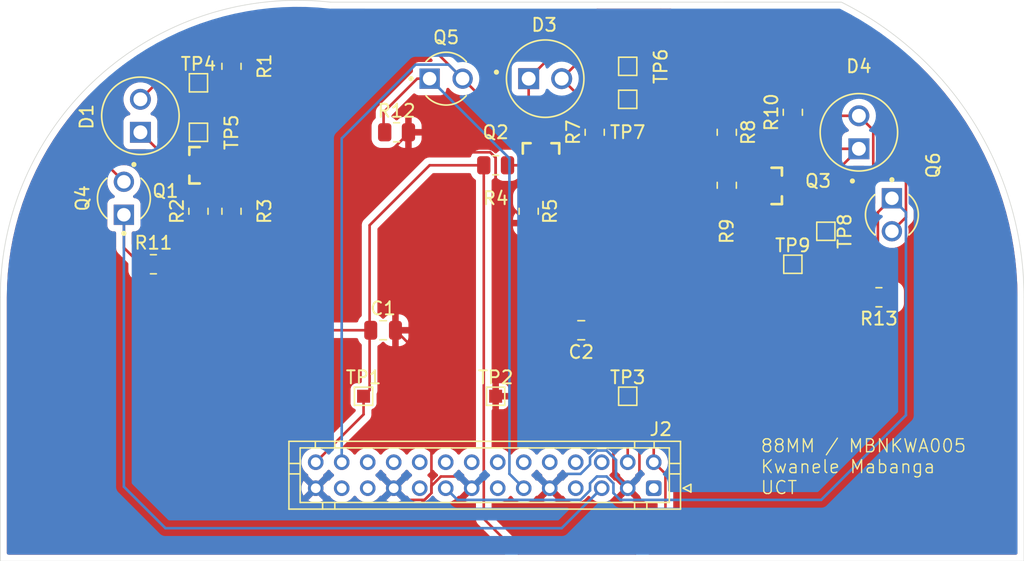
<source format=kicad_pcb>
(kicad_pcb (version 20221018) (generator pcbnew)
  (title_block (title "Micromouse Project (Sensing)") (date "2024-03-23") (rev "0") (comment 1 "@author: Kwanele Mabanga") (comment 2 "@version: 1.4"))
  (layers (0 "F.Cu" signal) (31 "B.Cu" signal) (34 "B.Paste" user) (35 "F.Paste" user) (36 "B.SilkS" user "B.Silkscreen") (37 "F.SilkS" user "F.Silkscreen") (38 "B.Mask" user) (39 "F.Mask" user) (44 "Edge.Cuts" user))
  (net 0 "")
  (net 1 "+3V3")
  (net 2 "GND")
  (net 3 "+BATT")
  (net 4 "/IR_LED_C")
  (net 5 "/IR_LED_1A")
  (net 6 "/IR_LED_2C")
  (net 7 "/IR_LED_2A")
  (net 8 "/IR_LED_3C")
  (net 9 "/IR_LED_3A")
  (net 10 "Net-(Q1-Pad1)")
  (net 12 "/PA3")
  (net 17 "/PA5")
  (net 22 "/PA7")
  (net 30 "Net-(Q2-Pad1)")
  (net 31 "Net-(Q3-Pad1)")
  (footprint "Resistor_SMD:R_0805_2012Metric" (layer "F.Cu") (at 167.64 96.52 -90)
    (fp_text reference "R8" (at 0 -1.65 -90) (layer "F.SilkS"))
    (fp_text value "100")
    (fp_line (start -0.227064 -0.735) (end 0.227064 -0.735) (stroke (width 0.12)) (layer "F.SilkS"))
    (fp_line (start -0.227064 0.735) (end 0.227064 0.735) (stroke (width 0.12)) (layer "F.SilkS"))
    (pad "1" smd roundrect (at -0.9125 0 270) (size 1.025 1.4) (layers "F.Cu" "F.Paste" "F.Mask") (roundrect_rratio 0.243902439) (net 1 "+3V3"))
    (pad "2" smd roundrect (at 0.9125 0 270) (size 1.025 1.4) (layers "F.Cu" "F.Paste" "F.Mask") (roundrect_rratio 0.243902439) (net 31 "Net-(Q3-Pad1)"))
  )
  (footprint "TestPoint:TestPoint_Pad_1.0x1.0mm" (layer "F.Cu") (at 139.7 116.84)
    (fp_text reference "TP1" (at 0 -1.448) (layer "F.SilkS"))
    (fp_text value "TestPoint")
    (fp_line (start -0.7 -0.7) (end 0.7 -0.7) (stroke (width 0.12)) (layer "F.SilkS"))
    (fp_line (start -0.7 0.7) (end -0.7 -0.7) (stroke (width 0.12)) (layer "F.SilkS"))
    (fp_line (start 0.7 -0.7) (end 0.7 0.7) (stroke (width 0.12)) (layer "F.SilkS"))
    (fp_line (start 0.7 0.7) (end -0.7 0.7) (stroke (width 0.12)) (layer "F.SilkS"))
    (pad "1" smd rect (at 0 0) (size 1 1) (layers "F.Cu" "F.Mask") (net 1 "+3V3"))
  )
  (footprint "Resistor_SMD:R_0805_2012Metric" (layer "F.Cu") (at 142.24 96.52)
    (fp_text reference "R12" (at 0 -1.65) (layer "F.SilkS"))
    (fp_text value "10k")
    (fp_line (start -0.227064 -0.735) (end 0.227064 -0.735) (stroke (width 0.12)) (layer "F.SilkS"))
    (fp_line (start -0.227064 0.735) (end 0.227064 0.735) (stroke (width 0.12)) (layer "F.SilkS"))
    (pad "1" smd roundrect (at -0.9125 0) (size 1.025 1.4) (layers "F.Cu" "F.Paste" "F.Mask") (roundrect_rratio 0.243902439) (net 17 "/PA5"))
    (pad "2" smd roundrect (at 0.9125 0) (size 1.025 1.4) (layers "F.Cu" "F.Paste" "F.Mask") (roundrect_rratio 0.243902439) (net 2 "GND"))
  )
  (footprint "TSAL6200:LEDRD254W55D595H900" (layer "F.Cu") (at 153.67 92.39)
    (fp_text reference "D3" (at -0.075 -4.135) (layer "F.SilkS"))
    (fp_text value "TSAL6200")
    (fp_circle (center -3.75 -0.5) (end -3.65 -0.5) (stroke (width 0.2)) (fill none) (layer "F.SilkS"))
    (fp_circle (center 0 0) (end 2.98 0) (stroke (width 0.127)) (fill none) (layer "F.SilkS"))
    (pad "A" thru_hole circle (at 1.27 0) (size 1.61 1.61) (drill 1.07) (layers "*.Cu" "*.Mask") (net 7 "/IR_LED_2A"))
    (pad "C" thru_hole rect (at -1.27 0) (size 1.61 1.61) (drill 1.07) (layers "*.Cu" "*.Mask") (net 6 "/IR_LED_2C"))
  )
  (footprint "MMBT5551:SOT23-3" (layer "F.Cu") (at 153.35 98.06 -90)
    (fp_text reference "Q2" (at -1.54 3.49 -180) (layer "F.SilkS"))
    (fp_text value "MMBT5551")
    (fp_line (start -0.7 -1.4) (end 0.1 -1.4) (stroke (width 0.2032)) (layer "F.SilkS"))
    (fp_line (start -0.7 -0.8) (end -0.7 -1.4) (stroke (width 0.2032)) (layer "F.SilkS"))
    (fp_line (start -0.7 0.8) (end -0.7 1.4) (stroke (width 0.2032)) (layer "F.SilkS"))
    (fp_line (start -0.7 1.4) (end 0.1 1.4) (stroke (width 0.2032)) (layer "F.SilkS"))
    (pad "1" smd rect (at 1 0.95) (size 0.8 0.9) (layers "F.Cu" "F.Paste" "F.Mask") (net 30 "Net-(Q2-Pad1)"))
    (pad "2" smd rect (at 1 -0.95) (size 0.8 0.9) (layers "F.Cu" "F.Paste" "F.Mask") (net 2 "GND"))
    (pad "3" smd rect (at -1.1 0) (size 0.8 0.9) (layers "F.Cu" "F.Paste" "F.Mask") (net 6 "/IR_LED_2C"))
  )
  (footprint "TEFT4300:XDCR_TEFT4300" (layer "F.Cu") (at 146.05 92.39)
    (fp_text reference "Q5" (at 0 -3.175) (layer "F.SilkS"))
    (fp_text value "TEFT4300")
    (fp_arc (start -1.55 -1.310001) (mid 0 -2.032778) (end 1.55 -1.31) (stroke (width 0.127)) (layer "F.SilkS"))
    (fp_arc (start 1.55 1.310001) (mid 0 2.032778) (end -1.55 1.31) (stroke (width 0.127)) (layer "F.SilkS"))
    (fp_circle (center -2.7 0) (end -2.6 0) (stroke (width 0.2)) (fill none) (layer "F.SilkS"))
    (pad "C" thru_hole circle (at 1.27 0) (size 1.56 1.56) (drill 1.04) (layers "*.Cu" "*.Mask") (net 3 "+BATT"))
    (pad "E" thru_hole rect (at -1.27 0) (size 1.56 1.56) (drill 1.04) (layers "*.Cu" "*.Mask") (net 17 "/PA5"))
  )
  (footprint "TestPoint:TestPoint_Pad_1.0x1.0mm" (layer "F.Cu") (at 160.02 93.98)
    (fp_text reference "TP7" (at 0 2.54) (layer "F.SilkS"))
    (fp_text value "TestPoint")
    (fp_line (start -0.7 -0.7) (end 0.7 -0.7) (stroke (width 0.12)) (layer "F.SilkS"))
    (fp_line (start -0.7 0.7) (end -0.7 -0.7) (stroke (width 0.12)) (layer "F.SilkS"))
    (fp_line (start 0.7 -0.7) (end 0.7 0.7) (stroke (width 0.12)) (layer "F.SilkS"))
    (fp_line (start 0.7 0.7) (end -0.7 0.7) (stroke (width 0.12)) (layer "F.SilkS"))
    (pad "1" smd rect (at 0 0) (size 1 1) (layers "F.Cu" "F.Mask") (net 6 "/IR_LED_2C"))
  )
  (footprint "TestPoint:TestPoint_Pad_1.0x1.0mm" (layer "F.Cu") (at 127 92.71)
    (fp_text reference "TP4" (at 0 -1.448) (layer "F.SilkS"))
    (fp_text value "TestPoint")
    (fp_line (start -0.7 -0.7) (end 0.7 -0.7) (stroke (width 0.12)) (layer "F.SilkS"))
    (fp_line (start -0.7 0.7) (end -0.7 -0.7) (stroke (width 0.12)) (layer "F.SilkS"))
    (fp_line (start 0.7 -0.7) (end 0.7 0.7) (stroke (width 0.12)) (layer "F.SilkS"))
    (fp_line (start 0.7 0.7) (end -0.7 0.7) (stroke (width 0.12)) (layer "F.SilkS"))
    (pad "1" smd rect (at 0 0) (size 1 1) (layers "F.Cu" "F.Mask") (net 5 "/IR_LED_1A"))
  )
  (footprint "Resistor_SMD:R_0805_2012Metric" (layer "F.Cu") (at 129.54 102.6 90)
    (fp_text reference "R3" (at 0 2.54 90) (layer "F.SilkS"))
    (fp_text value "10k")
    (fp_line (start -0.227064 -0.735) (end 0.227064 -0.735) (stroke (width 0.12)) (layer "F.SilkS"))
    (fp_line (start -0.227064 0.735) (end 0.227064 0.735) (stroke (width 0.12)) (layer "F.SilkS"))
    (pad "1" smd roundrect (at -0.9125 0 90) (size 1.025 1.4) (layers "F.Cu" "F.Paste" "F.Mask") (roundrect_rratio 0.243902439) (net 10 "Net-(Q1-Pad1)"))
    (pad "2" smd roundrect (at 0.9125 0 90) (size 1.025 1.4) (layers "F.Cu" "F.Paste" "F.Mask") (roundrect_rratio 0.243902439) (net 2 "GND"))
  )
  (footprint "TestPoint:TestPoint_Pad_1.0x1.0mm" (layer "F.Cu") (at 127 96.52)
    (fp_text reference "TP5" (at 2.542 0 90) (layer "F.SilkS"))
    (fp_text value "TestPoint")
    (fp_line (start -0.7 -0.7) (end 0.7 -0.7) (stroke (width 0.12)) (layer "F.SilkS"))
    (fp_line (start -0.7 0.7) (end -0.7 -0.7) (stroke (width 0.12)) (layer "F.SilkS"))
    (fp_line (start 0.7 -0.7) (end 0.7 0.7) (stroke (width 0.12)) (layer "F.SilkS"))
    (fp_line (start 0.7 0.7) (end -0.7 0.7) (stroke (width 0.12)) (layer "F.SilkS"))
    (pad "1" smd rect (at 0 0) (size 1 1) (layers "F.Cu" "F.Mask") (net 4 "/IR_LED_C"))
  )
  (footprint "TSAL6200:LEDRD254W55D595H900" (layer "F.Cu") (at 122.535 95.25 90)
    (fp_text reference "D1" (at -0.075 -4.135 90) (layer "F.SilkS"))
    (fp_text value "TSAL6200")
    (fp_circle (center -3.75 -0.5) (end -3.65 -0.5) (stroke (width 0.2)) (fill none) (layer "F.SilkS"))
    (fp_circle (center 0 0) (end 2.98 0) (stroke (width 0.127)) (fill none) (layer "F.SilkS"))
    (pad "A" thru_hole circle (at 1.27 0 90) (size 1.61 1.61) (drill 1.07) (layers "*.Cu" "*.Mask") (net 5 "/IR_LED_1A"))
    (pad "C" thru_hole rect (at -1.27 0 90) (size 1.61 1.61) (drill 1.07) (layers "*.Cu" "*.Mask") (net 4 "/IR_LED_C"))
  )
  (footprint "TestPoint:TestPoint_Pad_1.0x1.0mm" (layer "F.Cu") (at 160.02 116.84)
    (fp_text reference "TP3" (at 0 -1.448) (layer "F.SilkS"))
    (fp_text value "TestPoint")
    (fp_line (start -0.7 -0.7) (end 0.7 -0.7) (stroke (width 0.12)) (layer "F.SilkS"))
    (fp_line (start -0.7 0.7) (end -0.7 -0.7) (stroke (width 0.12)) (layer "F.SilkS"))
    (fp_line (start 0.7 -0.7) (end 0.7 0.7) (stroke (width 0.12)) (layer "F.SilkS"))
    (fp_line (start 0.7 0.7) (end -0.7 0.7) (stroke (width 0.12)) (layer "F.SilkS"))
    (pad "1" smd rect (at 0 0) (size 1 1) (layers "F.Cu" "F.Mask") (net 3 "+BATT"))
  )
  (footprint "TestPoint:TestPoint_Pad_1.0x1.0mm" (layer "F.Cu") (at 175.26 104.14 -90)
    (fp_text reference "TP8" (at 0 -1.448 90) (layer "F.SilkS"))
    (fp_text value "TestPoint")
    (fp_line (start -0.7 -0.7) (end 0.7 -0.7) (stroke (width 0.12)) (layer "F.SilkS"))
    (fp_line (start -0.7 0.7) (end -0.7 -0.7) (stroke (width 0.12)) (layer "F.SilkS"))
    (fp_line (start 0.7 -0.7) (end 0.7 0.7) (stroke (width 0.12)) (layer "F.SilkS"))
    (fp_line (start 0.7 0.7) (end -0.7 0.7) (stroke (width 0.12)) (layer "F.SilkS"))
    (pad "1" smd rect (at 0 0 270) (size 1 1) (layers "F.Cu" "F.Mask") (net 9 "/IR_LED_3A"))
  )
  (footprint "TEFT4300:XDCR_TEFT4300" (layer "F.Cu") (at 180.34 102.87 -90)
    (fp_text reference "Q6" (at -3.81 -3.175 90) (layer "F.SilkS"))
    (fp_text value "TEFT4300")
    (fp_arc (start -1.55 -1.310001) (mid 0 -2.032778) (end 1.55 -1.31) (stroke (width 0.127)) (layer "F.SilkS"))
    (fp_arc (start 1.55 1.310001) (mid 0 2.032778) (end -1.55 1.31) (stroke (width 0.127)) (layer "F.SilkS"))
    (fp_circle (center -2.7 0) (end -2.6 0) (stroke (width 0.2)) (fill none) (layer "F.SilkS"))
    (pad "C" thru_hole circle (at 1.27 0 270) (size 1.56 1.56) (drill 1.04) (layers "*.Cu" "*.Mask") (net 3 "+BATT"))
    (pad "E" thru_hole rect (at -1.27 0 270) (size 1.56 1.56) (drill 1.04) (layers "*.Cu" "*.Mask") (net 22 "/PA7"))
  )
  (footprint "TestPoint:TestPoint_Pad_1.0x1.0mm" (layer "F.Cu") (at 149.86 116.84)
    (fp_text reference "TP2" (at 0 -1.448) (layer "F.SilkS"))
    (fp_text value "TestPoint")
    (fp_line (start -0.7 -0.7) (end 0.7 -0.7) (stroke (width 0.12)) (layer "F.SilkS"))
    (fp_line (start -0.7 0.7) (end -0.7 -0.7) (stroke (width 0.12)) (layer "F.SilkS"))
    (fp_line (start 0.7 -0.7) (end 0.7 0.7) (stroke (width 0.12)) (layer "F.SilkS"))
    (fp_line (start 0.7 0.7) (end -0.7 0.7) (stroke (width 0.12)) (layer "F.SilkS"))
    (pad "1" smd rect (at 0 0) (size 1 1) (layers "F.Cu" "F.Mask") (net 2 "GND"))
  )
  (footprint "Resistor_SMD:R_0805_2012Metric" (layer "F.Cu") (at 172.72 94.98 90)
    (fp_text reference "R10" (at 0 -1.65 90) (layer "F.SilkS"))
    (fp_text value "220")
    (fp_line (start -0.227064 -0.735) (end 0.227064 -0.735) (stroke (width 0.12)) (layer "F.SilkS"))
    (fp_line (start -0.227064 0.735) (end 0.227064 0.735) (stroke (width 0.12)) (layer "F.SilkS"))
    (pad "1" smd roundrect (at -0.9125 0 90) (size 1.025 1.4) (layers "F.Cu" "F.Paste" "F.Mask") (roundrect_rratio 0.243902439) (net 3 "+BATT"))
    (pad "2" smd roundrect (at 0.9125 0 90) (size 1.025 1.4) (layers "F.Cu" "F.Paste" "F.Mask") (roundrect_rratio 0.243902439) (net 9 "/IR_LED_3A"))
  )
  (footprint "Resistor_SMD:R_0805_2012Metric" (layer "F.Cu") (at 179.34 109.22 180)
    (fp_text reference "R13" (at 0 -1.65 180) (layer "F.SilkS"))
    (fp_text value "10k")
    (fp_line (start -0.227064 -0.735) (end 0.227064 -0.735) (stroke (width 0.12)) (layer "F.SilkS"))
    (fp_line (start -0.227064 0.735) (end 0.227064 0.735) (stroke (width 0.12)) (layer "F.SilkS"))
    (pad "1" smd roundrect (at -0.9125 0 180) (size 1.025 1.4) (layers "F.Cu" "F.Paste" "F.Mask") (roundrect_rratio 0.243902439) (net 22 "/PA7"))
    (pad "2" smd roundrect (at 0.9125 0 180) (size 1.025 1.4) (layers "F.Cu" "F.Paste" "F.Mask") (roundrect_rratio 0.243902439) (net 2 "GND"))
  )
  (footprint "Connector_JST:JST_PHD_B28B-PHDSS_2x14_P2.00mm_Vertical" (layer "F.Cu") (at 162.02 123.92 180)
    (fp_text reference "J2" (at -0.54 4.54) (layer "F.SilkS"))
    (fp_text value "Conn_02x14_Odd_Even")
    (fp_line (start -2.86 -0.3) (end -2.26 0) (stroke (width 0.12)) (layer "F.SilkS"))
    (fp_line (start -2.86 0.3) (end -2.86 -0.3) (stroke (width 0.12)) (layer "F.SilkS"))
    (fp_line (start -2.26 0) (end -2.86 0.3) (stroke (width 0.12)) (layer "F.SilkS"))
    (fp_line (start -2.06 -1.61) (end -2.06 3.61) (stroke (width 0.12)) (layer "F.SilkS"))
    (fp_line (start -2.06 1.1) (end -1.2 1.1) (stroke (width 0.12)) (layer "F.SilkS"))
    (fp_line (start -2.06 1.9) (end -1.2 1.9) (stroke (width 0.12)) (layer "F.SilkS"))
    (fp_line (start -2.06 3.61) (end 28.06 3.61) (stroke (width 0.12)) (layer "F.SilkS"))
    (fp_line (start -1.2 -1.1) (end -1.2 3.1) (stroke (width 0.12)) (layer "F.SilkS"))
    (fp_line (start -1.2 3.1) (end 27.2 3.1) (stroke (width 0.12)) (layer "F.SilkS"))
    (fp_line (start -0.03 3.61) (end -0.03 3.1) (stroke (width 0.12)) (layer "F.SilkS"))
    (fp_line (start 0.53 -1.61) (end 0.53 -1.1) (stroke (width 0.12)) (layer "F.SilkS"))
    (fp_line (start 1.47 -1.61) (end 1.47 -1.1) (stroke (width 0.12)) (layer "F.SilkS"))
    (fp_line (start 1.47 3.61) (end 1.47 3.1) (stroke (width 0.12)) (layer "F.SilkS"))
    (fp_line (start 24.53 -1.61) (end 24.53 -1.1) (stroke (width 0.12)) (layer "F.SilkS"))
    (fp_line (start 24.53 3.61) (end 24.53 3.1) (stroke (width 0.12)) (layer "F.SilkS"))
    (fp_line (start 25.47 -1.61) (end 25.47 -1.1) (stroke (width 0.12)) (layer "F.SilkS"))
    (fp_line (start 26.03 3.61) (end 26.03 3.1) (stroke (width 0.12)) (layer "F.SilkS"))
    (fp_line (start 27.2 -1.1) (end -1.2 -1.1) (stroke (width 0.12)) (layer "F.SilkS"))
    (fp_line (start 27.2 3.1) (end 27.2 -1.1) (stroke (width 0.12)) (layer "F.SilkS"))
    (fp_line (start 28.06 -1.61) (end -2.06 -1.61) (stroke (width 0.12)) (layer "F.SilkS"))
    (fp_line (start 28.06 1.1) (end 27.2 1.1) (stroke (width 0.12)) (layer "F.SilkS"))
    (fp_line (start 28.06 1.9) (end 27.2 1.9) (stroke (width 0.12)) (layer "F.SilkS"))
    (fp_line (start 28.06 3.61) (end 28.06 -1.61) (stroke (width 0.12)) (layer "F.SilkS"))
    (pad "1" thru_hole roundrect (at 0 0 180) (size 1.2 1.2) (drill 0.75) (layers "*.Cu" "*.Mask") (roundrect_rratio 0.2083333333))
    (pad "2" thru_hole circle (at 0 2 180) (size 1.2 1.2) (drill 0.75) (layers "*.Cu" "*.Mask") (net 1 "+3V3"))
    (pad "3" thru_hole circle (at 2 0 180) (size 1.2 1.2) (drill 0.75) (layers "*.Cu" "*.Mask") (net 2 "GND"))
    (pad "4" thru_hole circle (at 2 2 180) (size 1.2 1.2) (drill 0.75) (layers "*.Cu" "*.Mask") (net 3 "+BATT"))
    (pad "5" thru_hole circle (at 4 0 180) (size 1.2 1.2) (drill 0.75) (layers "*.Cu" "*.Mask") (net 12 "/PA3"))
    (pad "6" thru_hole circle (at 4 2 180) (size 1.2 1.2) (drill 0.75) (layers "*.Cu" "*.Mask"))
    (pad "7" thru_hole circle (at 6 0 180) (size 1.2 1.2) (drill 0.75) (layers "*.Cu" "*.Mask"))
    (pad "8" thru_hole circle (at 6 2 180) (size 1.2 1.2) (drill 0.75) (layers "*.Cu" "*.Mask"))
    (pad "9" thru_hole circle (at 8 0 180) (size 1.2 1.2) (drill 0.75) (layers "*.Cu" "*.Mask") (net 2 "GND"))
    (pad "10" thru_hole circle (at 8 2 180) (size 1.2 1.2) (drill 0.75) (layers "*.Cu" "*.Mask"))
    (pad "11" thru_hole circle (at 10 0 180) (size 1.2 1.2) (drill 0.75) (layers "*.Cu" "*.Mask") (net 17 "/PA5"))
    (pad "12" thru_hole circle (at 10 2 180) (size 1.2 1.2) (drill 0.75) (layers "*.Cu" "*.Mask"))
    (pad "13" thru_hole circle (at 12 0 180) (size 1.2 1.2) (drill 0.75) (layers "*.Cu" "*.Mask"))
    (pad "14" thru_hole circle (at 12 2 180) (size 1.2 1.2) (drill 0.75) (layers "*.Cu" "*.Mask"))
    (pad "15" thru_hole circle (at 14 0 180) (size 1.2 1.2) (drill 0.75) (layers "*.Cu" "*.Mask") (net 2 "GND"))
    (pad "16" thru_hole circle (at 14 2 180) (size 1.2 1.2) (drill 0.75) (layers "*.Cu" "*.Mask"))
    (pad "17" thru_hole circle (at 16 0 180) (size 1.2 1.2) (drill 0.75) (layers "*.Cu" "*.Mask") (net 22 "/PA7"))
    (pad "18" thru_hole circle (at 16 2 180) (size 1.2 1.2) (drill 0.75) (layers "*.Cu" "*.Mask"))
    (pad "19" thru_hole circle (at 18 0 180) (size 1.2 1.2) (drill 0.75) (layers "*.Cu" "*.Mask"))
    (pad "20" thru_hole circle (at 18 2 180) (size 1.2 1.2) (drill 0.75) (layers "*.Cu" "*.Mask"))
    (pad "21" thru_hole circle (at 20 0 180) (size 1.2 1.2) (drill 0.75) (layers "*.Cu" "*.Mask") (net 2 "GND"))
    (pad "22" thru_hole circle (at 20 2 180) (size 1.2 1.2) (drill 0.75) (layers "*.Cu" "*.Mask"))
    (pad "23" thru_hole circle (at 22 0 180) (size 1.2 1.2) (drill 0.75) (layers "*.Cu" "*.Mask"))
    (pad "24" thru_hole circle (at 22 2 180) (size 1.2 1.2) (drill 0.75) (layers "*.Cu" "*.Mask"))
    (pad "25" thru_hole circle (at 24 0 180) (size 1.2 1.2) (drill 0.75) (layers "*.Cu" "*.Mask"))
    (pad "26" thru_hole circle (at 24 2 180) (size 1.2 1.2) (drill 0.75) (layers "*.Cu" "*.Mask") (net 3 "+BATT"))
    (pad "27" thru_hole circle (at 26 0 180) (size 1.2 1.2) (drill 0.75) (layers "*.Cu" "*.Mask") (net 2 "GND"))
    (pad "28" thru_hole circle (at 26 2 180) (size 1.2 1.2) (drill 0.75) (layers "*.Cu" "*.Mask") (net 1 "+3V3"))
  )
  (footprint "Resistor_SMD:R_0805_2012Metric" (layer "F.Cu") (at 152.4 102.6 -90)
    (fp_text reference "R5" (at 0 -1.65 -90) (layer "F.SilkS"))
    (fp_text value "10k")
    (fp_line (start -0.227064 -0.735) (end 0.227064 -0.735) (stroke (width 0.12)) (layer "F.SilkS"))
    (fp_line (start -0.227064 0.735) (end 0.227064 0.735) (stroke (width 0.12)) (layer "F.SilkS"))
    (pad "1" smd roundrect (at -0.9125 0 270) (size 1.025 1.4) (layers "F.Cu" "F.Paste" "F.Mask") (roundrect_rratio 0.243902439) (net 30 "Net-(Q2-Pad1)"))
    (pad "2" smd roundrect (at 0.9125 0 270) (size 1.025 1.4) (layers "F.Cu" "F.Paste" "F.Mask") (roundrect_rratio 0.243902439) (net 2 "GND"))
  )
  (footprint "MMBT5551:SOT23-3" (layer "F.Cu") (at 171.18 100.65 180)
    (fp_text reference "Q3" (at -3.48 0.38) (layer "F.SilkS"))
    (fp_text value "MMBT5551")
    (fp_line (start -0.7 -1.4) (end 0.1 -1.4) (stroke (width 0.2032)) (layer "F.SilkS"))
    (fp_line (start -0.7 -0.8) (end -0.7 -1.4) (stroke (width 0.2032)) (layer "F.SilkS"))
    (fp_line (start -0.7 0.8) (end -0.7 1.4) (stroke (width 0.2032)) (layer "F.SilkS"))
    (fp_line (start -0.7 1.4) (end 0.1 1.4) (stroke (width 0.2032)) (layer "F.SilkS"))
    (pad "1" smd rect (at 1 0.95 270) (size 0.8 0.9) (layers "F.Cu" "F.Paste" "F.Mask") (net 31 "Net-(Q3-Pad1)"))
    (pad "2" smd rect (at 1 -0.95 270) (size 0.8 0.9) (layers "F.Cu" "F.Paste" "F.Mask") (net 2 "GND"))
    (pad "3" smd rect (at -1.1 0 270) (size 0.8 0.9) (layers "F.Cu" "F.Paste" "F.Mask") (net 8 "/IR_LED_3C"))
  )
  (footprint "TSAL6200:LEDRD254W55D595H900" (layer "F.Cu") (at 177.8 96.52 90)
    (fp_text reference "D4" (at 5.08 0 180) (layer "F.SilkS"))
    (fp_text value "TSAL6200")
    (fp_circle (center -3.75 -0.5) (end -3.65 -0.5) (stroke (width 0.2)) (fill none) (layer "F.SilkS"))
    (fp_circle (center 0 0) (end 2.98 0) (stroke (width 0.127)) (fill none) (layer "F.SilkS"))
    (pad "A" thru_hole circle (at 1.27 0 90) (size 1.61 1.61) (drill 1.07) (layers "*.Cu" "*.Mask") (net 9 "/IR_LED_3A"))
    (pad "C" thru_hole rect (at -1.27 0 90) (size 1.61 1.61) (drill 1.07) (layers "*.Cu" "*.Mask") (net 8 "/IR_LED_3C"))
  )
  (footprint "Resistor_SMD:R_0805_2012Metric" (layer "F.Cu") (at 127 102.6 90)
    (fp_text reference "R2" (at 0 -1.65 90) (layer "F.SilkS"))
    (fp_text value "100")
    (fp_line (start -0.227064 -0.735) (end 0.227064 -0.735) (stroke (width 0.12)) (layer "F.SilkS"))
    (fp_line (start -0.227064 0.735) (end 0.227064 0.735) (stroke (width 0.12)) (layer "F.SilkS"))
    (pad "1" smd roundrect (at -0.9125 0 90) (size 1.025 1.4) (layers "F.Cu" "F.Paste" "F.Mask") (roundrect_rratio 0.243902439) (net 1 "+3V3"))
    (pad "2" smd roundrect (at 0.9125 0 90) (size 1.025 1.4) (layers "F.Cu" "F.Paste" "F.Mask") (roundrect_rratio 0.243902439) (net 10 "Net-(Q1-Pad1)"))
  )
  (footprint "TestPoint:TestPoint_Pad_1.0x1.0mm" (layer "F.Cu") (at 160.02 91.44)
    (fp_text reference "TP6" (at 2.54 0 -90) (layer "F.SilkS"))
    (fp_text value "TestPoint")
    (fp_line (start -0.7 -0.7) (end 0.7 -0.7) (stroke (width 0.12)) (layer "F.SilkS"))
    (fp_line (start -0.7 0.7) (end -0.7 -0.7) (stroke (width 0.12)) (layer "F.SilkS"))
    (fp_line (start 0.7 -0.7) (end 0.7 0.7) (stroke (width 0.12)) (layer "F.SilkS"))
    (fp_line (start 0.7 0.7) (end -0.7 0.7) (stroke (width 0.12)) (layer "F.SilkS"))
    (pad "1" smd rect (at 0 0) (size 1 1) (layers "F.Cu" "F.Mask") (net 7 "/IR_LED_2A"))
  )
  (footprint "Resistor_SMD:R_0805_2012Metric" (layer "F.Cu") (at 149.86 99.06)
    (fp_text reference "R4" (at 0 2.54) (layer "F.SilkS"))
    (fp_text value "100")
    (fp_line (start -0.227064 -0.735) (end 0.227064 -0.735) (stroke (width 0.12)) (layer "F.SilkS"))
    (fp_line (start -0.227064 0.735) (end 0.227064 0.735) (stroke (width 0.12)) (layer "F.SilkS"))
    (pad "1" smd roundrect (at -0.9125 0) (size 1.025 1.4) (layers "F.Cu" "F.Paste" "F.Mask") (roundrect_rratio 0.243902439) (net 1 "+3V3"))
    (pad "2" smd roundrect (at 0.9125 0) (size 1.025 1.4) (layers "F.Cu" "F.Paste" "F.Mask") (roundrect_rratio 0.243902439) (net 30 "Net-(Q2-Pad1)"))
  )
  (footprint "MMBT5551:SOT23-3" (layer "F.Cu") (at 127 99.06)
    (fp_text reference "Q1" (at -2.54 1.9812) (layer "F.SilkS"))
    (fp_text value "MMBT5551")
    (fp_line (start -0.7 -1.4) (end 0.1 -1.4) (stroke (width 0.2032)) (layer "F.SilkS"))
    (fp_line (start -0.7 -0.8) (end -0.7 -1.4) (stroke (width 0.2032)) (layer "F.SilkS"))
    (fp_line (start -0.7 0.8) (end -0.7 1.4) (stroke (width 0.2032)) (layer "F.SilkS"))
    (fp_line (start -0.7 1.4) (end 0.1 1.4) (stroke (width 0.2032)) (layer "F.SilkS"))
    (pad "1" smd rect (at 1 0.95 90) (size 0.8 0.9) (layers "F.Cu" "F.Paste" "F.Mask") (net 10 "Net-(Q1-Pad1)"))
    (pad "2" smd rect (at 1 -0.95 90) (size 0.8 0.9) (layers "F.Cu" "F.Paste" "F.Mask") (net 2 "GND"))
    (pad "3" smd rect (at -1.1 0 90) (size 0.8 0.9) (layers "F.Cu" "F.Paste" "F.Mask") (net 4 "/IR_LED_C"))
  )
  (footprint "Capacitor_SMD:C_0805_2012Metric" (layer "F.Cu") (at 156.4425 111.76 180)
    (fp_text reference "C2" (at 0 -1.68 180) (layer "F.SilkS"))
    (fp_text value "10nF")
    (fp_line (start -0.261252 -0.735) (end 0.261252 -0.735) (stroke (width 0.12)) (layer "F.SilkS"))
    (fp_line (start -0.261252 0.735) (end 0.261252 0.735) (stroke (width 0.12)) (layer "F.SilkS"))
    (pad "1" smd roundrect (at -0.95 0 180) (size 1 1.45) (layers "F.Cu" "F.Paste" "F.Mask") (net 3 "+BATT"))
    (pad "2" smd roundrect (at 0.95 0 180) (size 1 1.45) (layers "F.Cu" "F.Paste" "F.Mask") (net 2 "GND"))
  )
  (footprint "Resistor_SMD:R_0805_2012Metric" (layer "F.Cu") (at 123.535 106.68)
    (fp_text reference "R11" (at 0 -1.65) (layer "F.SilkS"))
    (fp_text value "10k")
    (fp_line (start -0.227064 -0.735) (end 0.227064 -0.735) (stroke (width 0.12)) (layer "F.SilkS"))
    (fp_line (start -0.227064 0.735) (end 0.227064 0.735) (stroke (width 0.12)) (layer "F.SilkS"))
    (pad "1" smd roundrect (at -0.9125 0) (size 1.025 1.4) (layers "F.Cu" "F.Paste" "F.Mask") (roundrect_rratio 0.243902439) (net 12 "/PA3"))
    (pad "2" smd roundrect (at 0.9125 0) (size 1.025 1.4) (layers "F.Cu" "F.Paste" "F.Mask") (roundrect_rratio 0.243902439) (net 2 "GND"))
  )
  (footprint "Resistor_SMD:R_0805_2012Metric" (layer "F.Cu") (at 157.48 96.52 90)
    (fp_text reference "R7" (at 0 -1.65 90) (layer "F.SilkS"))
    (fp_text value "220")
    (fp_line (start -0.227064 -0.735) (end 0.227064 -0.735) (stroke (width 0.12)) (layer "F.SilkS"))
    (fp_line (start -0.227064 0.735) (end 0.227064 0.735) (stroke (width 0.12)) (layer "F.SilkS"))
    (pad "1" smd roundrect (at -0.9125 0 90) (size 1.025 1.4) (layers "F.Cu" "F.Paste" "F.Mask") (roundrect_rratio 0.243902439) (net 3 "+BATT"))
    (pad "2" smd roundrect (at 0.9125 0 90) (size 1.025 1.4) (layers "F.Cu" "F.Paste" "F.Mask") (roundrect_rratio 0.243902439) (net 7 "/IR_LED_2A"))
  )
  (footprint "Capacitor_SMD:C_0805_2012Metric" (layer "F.Cu") (at 141.2025 111.76)
    (fp_text reference "C1" (at 0 -1.68) (layer "F.SilkS"))
    (fp_text value "10nF")
    (fp_line (start -0.261252 -0.735) (end 0.261252 -0.735) (stroke (width 0.12)) (layer "F.SilkS"))
    (fp_line (start -0.261252 0.735) (end 0.261252 0.735) (stroke (width 0.12)) (layer "F.SilkS"))
    (pad "1" smd roundrect (at -0.95 0) (size 1 1.45) (layers "F.Cu" "F.Paste" "F.Mask") (net 1 "+3V3"))
    (pad "2" smd roundrect (at 0.95 0) (size 1 1.45) (layers "F.Cu" "F.Paste" "F.Mask") (net 2 "GND"))
  )
  (footprint "TEFT4300:XDCR_TEFT4300" (layer "F.Cu") (at 121.265 101.6 90)
    (fp_text reference "Q4" (at 0 -3.175 90) (layer "F.SilkS"))
    (fp_text value "TEFT4300")
    (fp_arc (start -1.55 -1.310001) (mid 0 -2.032778) (end 1.55 -1.31) (stroke (width 0.127)) (layer "F.SilkS"))
    (fp_arc (start 1.55 1.310001) (mid 0 2.032778) (end -1.55 1.31) (stroke (width 0.127)) (layer "F.SilkS"))
    (fp_circle (center -2.7 0) (end -2.6 0) (stroke (width 0.2)) (fill none) (layer "F.SilkS"))
    (pad "C" thru_hole circle (at 1.27 0 90) (size 1.56 1.56) (drill 1.04) (layers "*.Cu" "*.Mask") (net 3 "+BATT"))
    (pad "E" thru_hole rect (at -1.27 0 90) (size 1.56 1.56) (drill 1.04) (layers "*.Cu" "*.Mask") (net 12 "/PA3"))
  )
  (footprint "TestPoint:TestPoint_Pad_1.0x1.0mm" (layer "F.Cu") (at 172.72 106.68)
    (fp_text reference "TP9" (at 0 -1.448) (layer "F.SilkS"))
    (fp_text value "TestPoint")
    (fp_line (start -0.7 -0.7) (end 0.7 -0.7) (stroke (width 0.12)) (layer "F.SilkS"))
    (fp_line (start -0.7 0.7) (end -0.7 -0.7) (stroke (width 0.12)) (layer "F.SilkS"))
    (fp_line (start 0.7 -0.7) (end 0.7 0.7) (stroke (width 0.12)) (layer "F.SilkS"))
    (fp_line (start 0.7 0.7) (end -0.7 0.7) (stroke (width 0.12)) (layer "F.SilkS"))
    (pad "1" smd rect (at 0 0) (size 1 1) (layers "F.Cu" "F.Mask") (net 8 "/IR_LED_3C"))
  )
  (footprint "Resistor_SMD:R_0805_2012Metric" (layer "F.Cu") (at 167.64 100.6 -90)
    (fp_text reference "R9" (at 3.54 0 -90) (layer "F.SilkS"))
    (fp_text value "10k")
    (fp_line (start -0.227064 -0.735) (end 0.227064 -0.735) (stroke (width 0.12)) (layer "F.SilkS"))
    (fp_line (start -0.227064 0.735) (end 0.227064 0.735) (stroke (width 0.12)) (layer "F.SilkS"))
    (pad "1" smd roundrect (at -0.9125 0 270) (size 1.025 1.4) (layers "F.Cu" "F.Paste" "F.Mask") (roundrect_rratio 0.243902439) (net 31 "Net-(Q3-Pad1)"))
    (pad "2" smd roundrect (at 0.9125 0 270) (size 1.025 1.4) (layers "F.Cu" "F.Paste" "F.Mask") (roundrect_rratio 0.243902439) (net 2 "GND"))
  )
  (footprint "Resistor_SMD:R_0805_2012Metric" (layer "F.Cu") (at 129.54 91.44 90)
    (fp_text reference "R1" (at 0 2.54 90) (layer "F.SilkS"))
    (fp_text value "220")
    (fp_line (start -0.227064 -0.735) (end 0.227064 -0.735) (stroke (width 0.12)) (layer "F.SilkS"))
    (fp_line (start -0.227064 0.735) (end 0.227064 0.735) (stroke (width 0.12)) (layer "F.SilkS"))
    (pad "1" smd roundrect (at -0.9125 0 90) (size 1.025 1.4) (layers "F.Cu" "F.Paste" "F.Mask") (roundrect_rratio 0.243902439) (net 3 "+BATT"))
    (pad "2" smd roundrect (at 0.9125 0 90) (size 1.025 1.4) (layers "F.Cu" "F.Paste" "F.Mask") (roundrect_rratio 0.243902439) (net 5 "/IR_LED_1A"))
  )
  (gr_line (start 116.84 129.54) (end 111.76 129.54) (stroke (width 0.05)) (layer "Edge.Cuts"))
  (gr_line (start 111.76 114.3) (end 111.76 109.22) (stroke (width 0.05)) (layer "Edge.Cuts"))
  (gr_arc (start 176.459225 86.501549) (mid 186.706531 95.866429) (end 190.5 109.22) (stroke (width 0.05)) (layer "Edge.Cuts"))
  (gr_arc (start 111.76 109.22) (mid 119.374175 92.186373) (end 137.144465 86.499818) (stroke (width 0.05)) (layer "Edge.Cuts"))
  (gr_line (start 190.5 129.54) (end 190.5 109.22) (stroke (width 0.05)) (layer "Edge.Cuts"))
  (gr_line (start 116.84 129.54) (end 190.5 129.54) (stroke (width 0.05)) (layer "Edge.Cuts"))
  (gr_line (start 111.76 129.54) (end 111.76 114.3) (stroke (width 0.05)) (layer "Edge.Cuts"))
  (gr_line (start 176.459225 86.501549) (end 137.144465 86.499818) (stroke (width 0.05)) (layer "Edge.Cuts"))
  (gr_text "88MM / MBNKWA005\nKwanele Mabanga\nUCT" (at 170.18 124.46) (layer "F.SilkS") (effects (font (size 1 1) (thickness 0.1)) (justify left bottom)))
  (segment (start 167.64 95.6075) (end 162.02 101.2275) (width 0.2) (layer "F.Cu") (net 1))
  (segment (start 148.9475 126.281814) (end 151.605686 128.94) (width 0.2) (layer "F.Cu") (net 1))
  (segment (start 140.165 103.675) (end 140.165 111.76) (width 0.2) (layer "F.Cu") (net 1))
  (segment (start 148.86 99.06) (end 144.78 99.06) (width 0.2) (layer "F.Cu") (net 1))
  (segment (start 151.605686 128.94) (end 160.62 128.94) (width 0.2) (layer "F.Cu") (net 1))
  (segment (start 139.7 118.24) (end 136.02 121.92) (width 0.2) (layer "F.Cu") (net 1))
  (segment (start 148.9475 99.06) (end 148.9475 126.281814) (width 0.2) (layer "F.Cu") (net 1))
  (segment (start 144.78 99.06) (end 140.165 103.675) (width 0.2) (layer "F.Cu") (net 1))
  (segment (start 140.165 116.375) (end 139.7 116.84) (width 0.2) (layer "F.Cu") (net 1))
  (segment (start 129.54 111.76) (end 140.165 111.76) (width 0.2) (layer "F.Cu") (net 1))
  (segment (start 162.92 122.82) (end 162.02 121.92) (width 0.2) (layer "F.Cu") (net 1))
  (segment (start 127 109.22) (end 129.54 111.76) (width 0.2) (layer "F.Cu") (net 1))
  (segment (start 162.92 126.64) (end 162.92 122.82) (width 0.2) (layer "F.Cu") (net 1))
  (segment (start 127 103.6) (end 127 109.22) (width 0.2) (layer "F.Cu") (net 1))
  (segment (start 140.165 111.76) (end 140.165 116.375) (width 0.2) (layer "F.Cu") (net 1))
  (segment (start 160.62 128.94) (end 162.92 126.64) (width 0.2) (layer "F.Cu") (net 1))
  (segment (start 139.7 116.84) (end 139.7 118.24) (width 0.2) (layer "F.Cu") (net 1))
  (segment (start 162.02 101.2275) (end 162.02 121.92) (width 0.2) (layer "F.Cu") (net 1))
  (segment (start 134.62 125.32) (end 134.62 127) (width 0.2) (layer "F.Cu") (net 2))
  (segment (start 154.94 116.84) (end 152.4 116.84) (width 0.2) (layer "F.Cu") (net 2))
  (segment (start 128.75 99.31) (end 127.25 99.31) (width 0.2) (layer "F.Cu") (net 2))
  (segment (start 148.02 123.92) (end 147.12 123.02) (width 0.2) (layer "F.Cu") (net 2))
  (segment (start 144.766396 124.446396) (end 144.92 124.292793) (width 0.2) (layer "F.Cu") (net 2))
  (segment (start 152.4 103.6) (end 152.4 108.755) (width 0.2) (layer "F.Cu") (net 2))
  (segment (start 143.24 96.52) (end 150.884314 96.52) (width 0.2) (layer "F.Cu") (net 2))
  (segment (start 152.4 116.84) (end 155.405 113.835) (width 0.2) (layer "F.Cu") (net 2))
  (segment (start 171.53 97.564314) (end 167.805686 93.84) (width 0.2) (layer "F.Cu") (net 2))
  (segment (start 142.02 123.92) (end 142.92 124.82) (width 0.2) (layer "F.Cu") (net 2))
  (segment (start 144.392792 124.82) (end 144.766396 124.446396) (width 0.2) (layer "F.Cu") (net 2))
  (segment (start 160.02 123.92) (end 158.92 122.82) (width 0.2) (layer "F.Cu") (net 2))
  (segment (start 149.86 116.84) (end 149.86 98.475256) (width 0.2) (layer "F.Cu") (net 2))
  (segment (start 152.4 108.755) (end 155.405 111.76) (width 0.2) (layer "F.Cu") (net 2))
  (segment (start 154.3 101.7) (end 152.4 103.6) (width 0.2) (layer "F.Cu") (net 2))
  (segment (start 150.884314 96.52) (end 152.474314 98.11) (width 0.2) (layer "F.Cu") (net 2))
  (segment (start 129.54 101.6) (end 129.54 99.65) (width 0.2) (layer "F.Cu") (net 2))
  (segment (start 170.18 101.6) (end 170.18 106.68) (width 0.2) (layer "F.Cu") (net 2))
  (segment (start 128.5 98.06) (end 149.444744 98.06) (width 0.2) (layer "F.Cu") (net 2))
  (segment (start 155.405 113.835) (end 155.405 111.76) (width 0.2) (layer "F.Cu") (net 2))
  (segment (start 160.92 123.02) (end 160.02 123.92) (width 0.2) (layer "F.Cu") (net 2))
  (segment (start 138.16 101.6) (end 129.54 101.6) (width 0.2) (layer "F.Cu") (net 2))
  (segment (start 158.92 122.82) (end 158.92 120.82) (width 0.2) (layer "F.Cu") (net 2))
  (segment (start 145.647207 123.02) (end 144.92 123.747207) (width 0.2) (layer "F.Cu") (net 2))
  (segment (start 152.474314 98.11) (end 153.35 98.11) (width 0.2) (layer "F.Cu") (net 2))
  (segment (start 144.92 114.5275) (end 142.1525 111.76) (width 0.2) (layer "F.Cu") (net 2))
  (segment (start 170.18 101.6) (end 167.64 101.6) (width 0.2) (layer "F.Cu") (net 2))
  (segment (start 142.92 124.82) (end 144.392792 124.82) (width 0.2) (layer "F.Cu") (net 2))
  (segment (start 143.24 96.52) (end 138.16 101.6) (width 0.2) (layer "F.Cu") (net 2))
  (segment (start 167.805686 93.84) (end 160.92 100.725686) (width 0.2) (layer "F.Cu") (net 2))
  (segment (start 129.54 101.6) (end 129.54 100.1) (width 0.2) (layer "F.Cu") (net 2))
  (segment (start 149.444744 98.06) (end 149.86 98.475256) (width 0.2) (layer "F.Cu") (net 2))
  (segment (start 153.35 98.11) (end 154.3 99.06) (width 0.2) (layer "F.Cu") (net 2))
  (segment (start 136.02 123.92) (end 134.62 125.32) (width 0.2) (layer "F.Cu") (net 2))
  (segment (start 167.64 101.5125) (end 169.9675 101.5125) (width 0.2) (layer "F.Cu") (net 2))
  (segment (start 149.86 98.475256) (end 149.86 101.06) (width 0.2) (layer "F.Cu") (net 2))
  (segment (start 134.62 127) (end 142.212793 127) (width 0.2) (layer "F.Cu") (net 2))
  (segment (start 149.86 101.06) (end 152.4 103.6) (width 0.2) (layer "F.Cu") (net 2))
  (segment (start 127.25 99.31) (end 124.535 102.025) (width 0.2) (layer "F.Cu") (net 2))
  (segment (start 149.86 116.84) (end 152.4 116.84) (width 0.2) (layer "F.Cu") (net 2))
  (segment (start 147.12 123.02) (end 145.647207 123.02) (width 0.2) (layer "F.Cu") (net 2))
  (segment (start 142.212793 127) (end 144.766396 124.446396) (width 0.2) (layer "F.Cu") (net 2))
  (segment (start 124.535 102.025) (end 124.535 106.68) (width 0.2) (layer "F.Cu") (net 2))
  (segment (start 154.3 99.06) (end 154.3 101.7) (width 0.2) (layer "F.Cu") (net 2))
  (segment (start 172.72 109.22) (end 178.34 109.22) (width 0.2) (layer "F.Cu") (net 2))
  (segment (start 126 100.56) (end 126 118.38) (width 0.2) (layer "F.Cu") (net 2))
  (segment (start 126 100.56) (end 128.5 98.06) (width 0.2) (layer "F.Cu") (net 2))
  (segment (start 126 118.38) (end 134.62 127) (width 0.2) (layer "F.Cu") (net 2))
  (segment (start 129.54 99.65) (end 128 98.11) (width 0.2) (layer "F.Cu") (net 2))
  (segment (start 160.92 100.725686) (end 160.92 123.02) (width 0.2) (layer "F.Cu") (net 2))
  (segment (start 170.18 106.68) (end 172.72 109.22) (width 0.2) (layer "F.Cu") (net 2))
  (segment (start 144.92 124.292793) (end 144.92 114.5275) (width 0.2) (layer "F.Cu") (net 2))
  (segment (start 129.54 100.1) (end 128.75 99.31) (width 0.2) (layer "F.Cu") (net 2))
  (segment (start 144.92 123.747207) (end 144.92 124.292793) (width 0.2) (layer "F.Cu") (net 2))
  (segment (start 171.53 99.95) (end 171.53 97.564314) (width 0.2) (layer "F.Cu") (net 2))
  (segment (start 158.92 120.82) (end 154.94 116.84) (width 0.2) (layer "F.Cu") (net 2))
  (segment (start 169.9675 101.5125) (end 171.53 99.95) (width 0.2) (layer "F.Cu") (net 2))
  (segment (start 155.12 122.82) (end 156.392793 122.82) (width 0.2) (layer "B.Cu") (net 2))
  (segment (start 159.12 123.02) (end 160.02 123.92) (width 0.2) (layer "B.Cu") (net 2))
  (segment (start 157.647207 121.02) (end 158.392793 121.02) (width 0.2) (layer "B.Cu") (net 2))
  (segment (start 157.12 121.547207) (end 157.647207 121.02) (width 0.2) (layer "B.Cu") (net 2))
  (segment (start 156.392793 122.82) (end 157.12 122.092793) (width 0.2) (layer "B.Cu") (net 2))
  (segment (start 157.12 122.092793) (end 157.12 121.547207) (width 0.2) (layer "B.Cu") (net 2))
  (segment (start 159.12 121.747207) (end 159.12 123.02) (width 0.2) (layer "B.Cu") (net 2))
  (segment (start 154.02 123.92) (end 155.12 122.82) (width 0.2) (layer "B.Cu") (net 2))
  (segment (start 158.392793 121.02) (end 159.12 121.747207) (width 0.2) (layer "B.Cu") (net 2))
  (segment (start 119.38 93.299219) (end 121.239219 91.44) (width 0.2) (layer "F.Cu") (net 3))
  (segment (start 157.48 114.3) (end 160.02 116.84) (width 0.2) (layer "F.Cu") (net 3))
  (segment (start 172.72 95.98) (end 170.18 93.44) (width 0.2) (layer "F.Cu") (net 3))
  (segment (start 157.48 97.52) (end 157.48 114.3) (width 0.2) (layer "F.Cu") (net 3))
  (segment (start 179.307433 88.9) (end 172.72 88.9) (width 0.2) (layer "F.Cu") (net 3))
  (segment (start 128.54 91.44) (end 128.54 89.855256) (width 0.2) (layer "F.Cu") (net 3))
  (segment (start 180.34 104.14) (end 181.42 103.06) (width 0.2) (layer "F.Cu") (net 3))
  (segment (start 181.42 91.012567) (end 179.307433 88.9) (width 0.2) (layer "F.Cu") (net 3))
  (segment (start 167.64 93.44) (end 170.18 93.44) (width 0.2) (layer "F.Cu") (net 3))
  (segment (start 160.02 116.84) (end 160.02 121.92) (width 0.2) (layer "F.Cu") (net 3))
  (segment (start 121.265 100.33) (end 119.38 98.445) (width 0.2) (layer "F.Cu") (net 3))
  (segment (start 121.239219 91.44) (end 128.54 91.44) (width 0.2) (layer "F.Cu") (net 3))
  (segment (start 129.495256 88.9) (end 143.83 88.9) (width 0.2) (layer "F.Cu") (net 3))
  (segment (start 128.54 89.855256) (end 129.495256 88.9) (width 0.2) (layer "F.Cu") (net 3))
  (segment (start 152.64 97.71) (end 147.32 92.39) (width 0.2) (layer "F.Cu") (net 3))
  (segment (start 170.18 91.44) (end 170.18 93.44) (width 0.2) (layer "F.Cu") (net 3))
  (segment (start 119.38 98.445) (end 119.38 93.299219) (width 0.2) (layer "F.Cu") (net 3))
  (segment (start 157.48 97.52) (end 163.56 97.52) (width 0.2) (layer "F.Cu") (net 3))
  (segment (start 143.83 88.9) (end 147.32 92.39) (width 0.2) (layer "F.Cu") (net 3))
  (segment (start 157.29 97.71) (end 152.64 97.71) (width 0.2) (layer "F.Cu") (net 3))
  (segment (start 163.56 97.52) (end 167.64 93.44) (width 0.2) (layer "F.Cu") (net 3))
  (segment (start 181.42 103.06) (end 181.42 91.012567) (width 0.2) (layer "F.Cu") (net 3))
  (segment (start 157.48 97.52) (end 157.29 97.71) (width 0.2) (layer "F.Cu") (net 3))
  (segment (start 128.54 91.44) (end 129.54 92.44) (width 0.2) (layer "F.Cu") (net 3))
  (segment (start 172.72 88.9) (end 170.18 91.44) (width 0.2) (layer "F.Cu") (net 3))
  (segment (start 138.02 96.99) (end 143.7 91.31) (width 0.2) (layer "B.Cu") (net 3))
  (segment (start 138.02 121.92) (end 138.02 96.99) (width 0.2) (layer "B.Cu") (net 3))
  (segment (start 143.7 91.31) (end 146.24 91.31) (width 0.2) (layer "B.Cu") (net 3))
  (segment (start 146.24 91.31) (end 147.32 92.39) (width 0.2) (layer "B.Cu") (net 3))
  (segment (start 122.535 96.52) (end 125.075 99.06) (width 0.2) (layer "F.Cu") (net 4))
  (segment (start 127 96.52) (end 127 97.96) (width 0.2) (layer "F.Cu") (net 4))
  (segment (start 127 97.96) (end 125.9 99.06) (width 0.2) (layer "F.Cu") (net 4))
  (segment (start 125.075 99.06) (end 125.9 99.06) (width 0.2) (layer "F.Cu") (net 4))
  (segment (start 127 92.71) (end 127.63 93.34) (width 0.2) (layer "F.Cu") (net 5))
  (segment (start 123.805 92.71) (end 122.535 93.98) (width 0.2) (layer "F.Cu") (net 5))
  (segment (start 130.224744 93.34) (end 130.54 93.024744) (width 0.2) (layer "F.Cu") (net 5))
  (segment (start 130.54 91.44) (end 129.54 90.44) (width 0.2) (layer "F.Cu") (net 5))
  (segment (start 127.63 93.34) (end 130.224744 93.34) (width 0.2) (layer "F.Cu") (net 5))
  (segment (start 130.54 93.024744) (end 130.54 91.44) (width 0.2) (layer "F.Cu") (net 5))
  (segment (start 127 92.71) (end 123.805 92.71) (width 0.2) (layer "F.Cu") (net 5))
  (segment (start 162.559967 87.100937) (end 157.689063 87.100937) (width 0.2) (layer "F.Cu") (net 6))
  (segment (start 152.4 92.39) (end 152.4 96.01) (width 0.2) (layer "F.Cu") (net 6))
  (segment (start 165.1 91.44) (end 165.1 88.9) (width 0.2) (layer "F.Cu") (net 6))
  (segment (start 165.1 88.9) (end 163.30097 87.10097) (width 0.2) (layer "F.Cu") (net 6))
  (segment (start 160.02 93.98) (end 162.56 93.98) (width 0.2) (layer "F.Cu") (net 6))
  (segment (start 157.689063 87.100937) (end 152.4 92.39) (width 0.2) (layer "F.Cu") (net 6))
  (segment (start 152.4 96.01) (end 153.35 96.96) (width 0.2) (layer "F.Cu") (net 6))
  (segment (start 163.30097 87.10097) (end 162.559967 87.100937) (width 0.2) (layer "F.Cu") (net 6))
  (segment (start 162.56 93.98) (end 165.1 91.44) (width 0.2) (layer "F.Cu") (net 6))
  (segment (start 155.89 91.44) (end 154.94 92.39) (width 0.2) (layer "F.Cu") (net 7))
  (segment (start 154.94 92.39) (end 157.48 94.93) (width 0.2) (layer "F.Cu") (net 7))
  (segment (start 160.02 91.44) (end 155.89 91.44) (width 0.2) (layer "F.Cu") (net 7))
  (segment (start 157.48 94.93) (end 157.48 95.52) (width 0.2) (layer "F.Cu") (net 7))
  (segment (start 175.14 97.79) (end 172.28 100.65) (width 0.2) (layer "F.Cu") (net 8))
  (segment (start 177.8 97.79) (end 172.72 102.87) (width 0.2) (layer "F.Cu") (net 8))
  (segment (start 172.72 102.87) (end 172.72 106.68) (width 0.2) (layer "F.Cu") (net 8))
  (segment (start 177.8 97.79) (end 175.14 97.79) (width 0.2) (layer "F.Cu") (net 8))
  (segment (start 178.905 96.355) (end 177.8 95.25) (width 0.2) (layer "F.Cu") (net 9))
  (segment (start 178.905 100.495) (end 178.905 96.355) (width 0.2) (layer "F.Cu") (net 9))
  (segment (start 177.8 95.25) (end 173.99 95.25) (width 0.2) (layer "F.Cu") (net 9))
  (segment (start 175.26 104.14) (end 178.905 100.495) (width 0.2) (layer "F.Cu") (net 9))
  (segment (start 173.99 95.25) (end 172.72 93.98) (width 0.2) (layer "F.Cu") (net 9))
  (segment (start 129 103.6) (end 127 101.6) (width 0.2) (layer "F.Cu") (net 10))
  (segment (start 129.54 103.6) (end 129 103.6) (width 0.2) (layer "F.Cu") (net 10))
  (segment (start 127 101.01) (end 127 101.6) (width 0.2) (layer "F.Cu") (net 10))
  (segment (start 128 100.01) (end 127 101.01) (width 0.2) (layer "F.Cu") (net 10))
  (segment (start 121.265 102.87) (end 121.265 105.41) (width 0.2) (layer "F.Cu") (net 12))
  (segment (start 121.265 105.41) (end 122.535 106.68) (width 0.2) (layer "F.Cu") (net 12))
  (segment (start 124.46 127) (end 154.94 127) (width 0.2) (layer "B.Cu") (net 12))
  (segment (start 154.94 127) (end 158.02 123.92) (width 0.2) (layer "B.Cu") (net 12))
  (segment (start 121.265 102.87) (end 121.265 123.805) (width 0.2) (layer "B.Cu") (net 12))
  (segment (start 121.265 123.805) (end 124.46 127) (width 0.2) (layer "B.Cu") (net 12))
  (segment (start 143.83 92.39) (end 141.24 94.98) (width 0.2) (layer "F.Cu") (net 17))
  (segment (start 144.78 92.39) (end 143.83 92.39) (width 0.2) (layer "F.Cu") (net 17))
  (segment (start 141.24 94.98) (end 141.24 96.52) (width 0.2) (layer "F.Cu") (net 17))
  (segment (start 150.92 98.53) (end 150.92 122.82) (width 0.2) (layer "B.Cu") (net 17))
  (segment (start 144.78 92.39) (end 150.92 98.53) (width 0.2) (layer "B.Cu") (net 17))
  (segment (start 150.92 122.82) (end 152.02 123.92) (width 0.2) (layer "B.Cu") (net 17))
  (segment (start 180.2525 109.22) (end 179.26 108.2275) (width 0.2) (layer "F.Cu") (net 22))
  (segment (start 180.2525 109.1325) (end 180.2525 109.22) (width 0.2) (layer "F.Cu") (net 22))
  (segment (start 179.26 108.2275) (end 179.26 102.68) (width 0.2) (layer "F.Cu") (net 22))
  (segment (start 179.26 102.68) (end 180.34 101.6) (width 0.2) (layer "F.Cu") (net 22))
  (segment (start 181.42 102.68) (end 181.42 118.3) (width 0.2) (layer "B.Cu") (net 22))
  (segment (start 157.647207 123.02) (end 157.12 123.547207) (width 0.2) (layer "B.Cu") (net 22))
  (segment (start 180.34 101.6) (end 181.42 102.68) (width 0.2) (layer "B.Cu") (net 22))
  (segment (start 157.12 124.092793) (end 156.392793 124.82) (width 0.2) (layer "B.Cu") (net 22))
  (segment (start 181.42 118.3) (end 174.9 124.82) (width 0.2) (layer "B.Cu") (net 22))
  (segment (start 158.92 124.292793) (end 158.92 123.547207) (width 0.2) (layer "B.Cu") (net 22))
  (segment (start 158.92 123.547207) (end 158.392793 123.02) (width 0.2) (layer "B.Cu") (net 22))
  (segment (start 158.392793 123.02) (end 157.647207 123.02) (width 0.2) (layer "B.Cu") (net 22))
  (segment (start 157.12 123.547207) (end 157.12 124.092793) (width 0.2) (layer "B.Cu") (net 22))
  (segment (start 146.92 124.82) (end 146.02 123.92) (width 0.2) (layer "B.Cu") (net 22))
  (segment (start 156.392793 124.82) (end 146.92 124.82) (width 0.2) (layer "B.Cu") (net 22))
  (segment (start 174.9 124.82) (end 159.447207 124.82) (width 0.2) (layer "B.Cu") (net 22))
  (segment (start 159.447207 124.82) (end 158.92 124.292793) (width 0.2) (layer "B.Cu") (net 22))
  (segment (start 152.4 99.06) (end 150.86 99.06) (width 0.2) (layer "F.Cu") (net 30))
  (segment (start 152.4 99.06) (end 152.4 101.6) (width 0.2) (layer "F.Cu") (net 30))
  (segment (start 170.08 99.6) (end 170.18 99.7) (width 0.2) (layer "F.Cu") (net 31))
  (segment (start 167.64 99.6) (end 170.08 99.6) (width 0.2) (layer "F.Cu") (net 31))
  (segment (start 167.64 97.52) (end 167.64 99.6) (width 0.2) (layer "F.Cu") (net 31))
  (zone (net 2) (net_name "GND") (layer "F.Cu") (priority 1) (connect_pads (clearance 0.5)) (min_thickness 0.25) (fill yes (thermal_gap 0.5) (thermal_bridge_width 0.5))
    (polygon (pts (xy 111.76 86.36) (xy 190.5 86.36) (xy 190.5 129.54) (xy 111.76 129.54)))
  )
  (zone (net 2) (net_name "GND") (layer "B.Cu") (connect_pads (clearance 0.5)) (min_thickness 0.25) (fill yes (thermal_gap 0.5) (thermal_bridge_width 0.5))
    (polygon (pts (xy 111.76 86.36) (xy 190.5 86.36) (xy 190.5 129.54) (xy 111.76 129.54)))
  )
)
</source>
